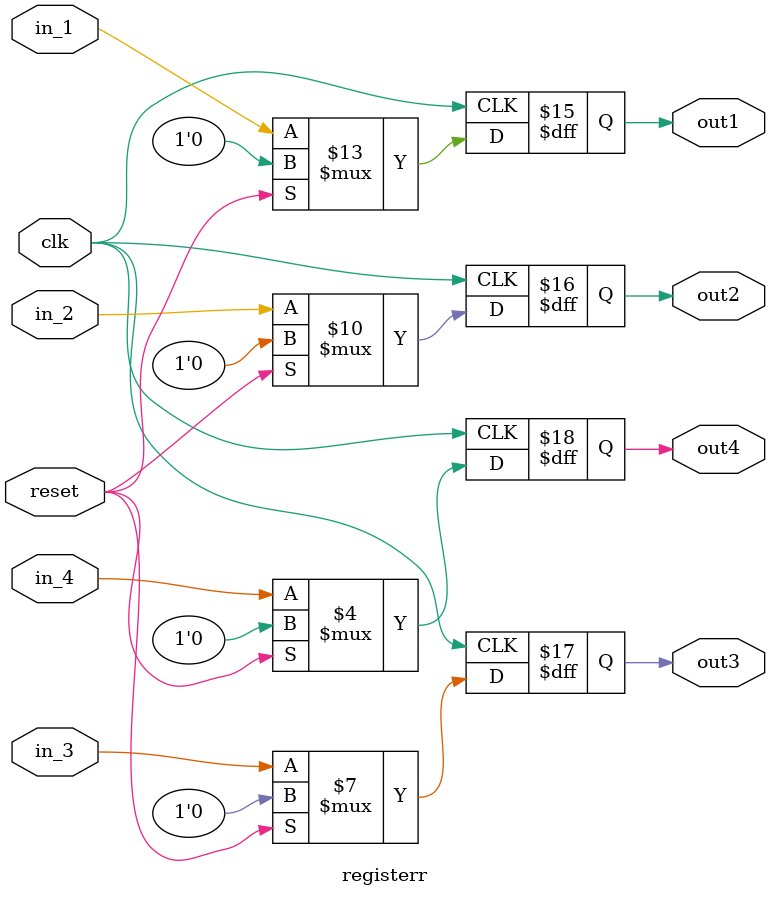
<source format=v>
`timescale 1ns / 1ps


module registerr(
    input reset,
    input clk,
    input in_1,
    input in_2,
    input in_3,
    input in_4,
    output reg out1,
    output reg out2,
    output reg out3,
    output reg out4

    );
    
    
    always @(posedge clk) begin
        if (reset == 1)begin
            out1 <= 0;
            out2 <= 0;
            out3 <= 0;
            out4 <= 0;
        end
        else begin
            out1 <= in_1;
            out2 <= in_2;
            out3 <= in_3;
            out4 <= in_4;
        end
    end
endmodule

</source>
